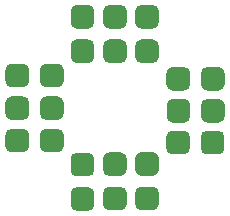
<source format=gbr>
%TF.GenerationSoftware,KiCad,Pcbnew,(5.1.10)-1*%
%TF.CreationDate,2021-06-06T01:41:03+08:00*%
%TF.ProjectId,WS2812B1,57533238-3132-4423-912e-6b696361645f,rev?*%
%TF.SameCoordinates,Original*%
%TF.FileFunction,Soldermask,Bot*%
%TF.FilePolarity,Negative*%
%FSLAX46Y46*%
G04 Gerber Fmt 4.6, Leading zero omitted, Abs format (unit mm)*
G04 Created by KiCad (PCBNEW (5.1.10)-1) date 2021-06-06 01:41:03*
%MOMM*%
%LPD*%
G01*
G04 APERTURE LIST*
G04 APERTURE END LIST*
%TO.C,R12*%
G36*
G01*
X68160000Y-78250000D02*
X68160000Y-77250000D01*
G75*
G02*
X68660000Y-76750000I500000J0D01*
G01*
X69660000Y-76750000D01*
G75*
G02*
X70160000Y-77250000I0J-500000D01*
G01*
X70160000Y-78250000D01*
G75*
G02*
X69660000Y-78750000I-500000J0D01*
G01*
X68660000Y-78750000D01*
G75*
G02*
X68160000Y-78250000I0J500000D01*
G01*
G37*
G36*
G01*
X68160000Y-81170000D02*
X68160000Y-80170000D01*
G75*
G02*
X68660000Y-79670000I500000J0D01*
G01*
X69660000Y-79670000D01*
G75*
G02*
X70160000Y-80170000I0J-500000D01*
G01*
X70160000Y-81170000D01*
G75*
G02*
X69660000Y-81670000I-500000J0D01*
G01*
X68660000Y-81670000D01*
G75*
G02*
X68160000Y-81170000I0J500000D01*
G01*
G37*
%TD*%
%TO.C,R11*%
G36*
G01*
X58680000Y-86490000D02*
X57680000Y-86490000D01*
G75*
G02*
X57180000Y-85990000I0J500000D01*
G01*
X57180000Y-84990000D01*
G75*
G02*
X57680000Y-84490000I500000J0D01*
G01*
X58680000Y-84490000D01*
G75*
G02*
X59180000Y-84990000I0J-500000D01*
G01*
X59180000Y-85990000D01*
G75*
G02*
X58680000Y-86490000I-500000J0D01*
G01*
G37*
G36*
G01*
X61600000Y-86490000D02*
X60600000Y-86490000D01*
G75*
G02*
X60100000Y-85990000I0J500000D01*
G01*
X60100000Y-84990000D01*
G75*
G02*
X60600000Y-84490000I500000J0D01*
G01*
X61600000Y-84490000D01*
G75*
G02*
X62100000Y-84990000I0J-500000D01*
G01*
X62100000Y-85990000D01*
G75*
G02*
X61600000Y-86490000I-500000J0D01*
G01*
G37*
%TD*%
%TO.C,R10*%
G36*
G01*
X74230000Y-82000000D02*
X75230000Y-82000000D01*
G75*
G02*
X75730000Y-82500000I0J-500000D01*
G01*
X75730000Y-83500000D01*
G75*
G02*
X75230000Y-84000000I-500000J0D01*
G01*
X74230000Y-84000000D01*
G75*
G02*
X73730000Y-83500000I0J500000D01*
G01*
X73730000Y-82500000D01*
G75*
G02*
X74230000Y-82000000I500000J0D01*
G01*
G37*
G36*
G01*
X71310000Y-82000000D02*
X72310000Y-82000000D01*
G75*
G02*
X72810000Y-82500000I0J-500000D01*
G01*
X72810000Y-83500000D01*
G75*
G02*
X72310000Y-84000000I-500000J0D01*
G01*
X71310000Y-84000000D01*
G75*
G02*
X70810000Y-83500000I0J500000D01*
G01*
X70810000Y-82500000D01*
G75*
G02*
X71310000Y-82000000I500000J0D01*
G01*
G37*
%TD*%
%TO.C,R9*%
G36*
G01*
X74210000Y-87400000D02*
X75210000Y-87400000D01*
G75*
G02*
X75710000Y-87900000I0J-500000D01*
G01*
X75710000Y-88900000D01*
G75*
G02*
X75210000Y-89400000I-500000J0D01*
G01*
X74210000Y-89400000D01*
G75*
G02*
X73710000Y-88900000I0J500000D01*
G01*
X73710000Y-87900000D01*
G75*
G02*
X74210000Y-87400000I500000J0D01*
G01*
G37*
G36*
G01*
X71290000Y-87400000D02*
X72290000Y-87400000D01*
G75*
G02*
X72790000Y-87900000I0J-500000D01*
G01*
X72790000Y-88900000D01*
G75*
G02*
X72290000Y-89400000I-500000J0D01*
G01*
X71290000Y-89400000D01*
G75*
G02*
X70790000Y-88900000I0J500000D01*
G01*
X70790000Y-87900000D01*
G75*
G02*
X71290000Y-87400000I500000J0D01*
G01*
G37*
%TD*%
%TO.C,R8*%
G36*
G01*
X67440000Y-89730000D02*
X67440000Y-90730000D01*
G75*
G02*
X66940000Y-91230000I-500000J0D01*
G01*
X65940000Y-91230000D01*
G75*
G02*
X65440000Y-90730000I0J500000D01*
G01*
X65440000Y-89730000D01*
G75*
G02*
X65940000Y-89230000I500000J0D01*
G01*
X66940000Y-89230000D01*
G75*
G02*
X67440000Y-89730000I0J-500000D01*
G01*
G37*
G36*
G01*
X67440000Y-92650000D02*
X67440000Y-93650000D01*
G75*
G02*
X66940000Y-94150000I-500000J0D01*
G01*
X65940000Y-94150000D01*
G75*
G02*
X65440000Y-93650000I0J500000D01*
G01*
X65440000Y-92650000D01*
G75*
G02*
X65940000Y-92150000I500000J0D01*
G01*
X66940000Y-92150000D01*
G75*
G02*
X67440000Y-92650000I0J-500000D01*
G01*
G37*
%TD*%
%TO.C,R7*%
G36*
G01*
X62690000Y-78250000D02*
X62690000Y-77250000D01*
G75*
G02*
X63190000Y-76750000I500000J0D01*
G01*
X64190000Y-76750000D01*
G75*
G02*
X64690000Y-77250000I0J-500000D01*
G01*
X64690000Y-78250000D01*
G75*
G02*
X64190000Y-78750000I-500000J0D01*
G01*
X63190000Y-78750000D01*
G75*
G02*
X62690000Y-78250000I0J500000D01*
G01*
G37*
G36*
G01*
X62690000Y-81170000D02*
X62690000Y-80170000D01*
G75*
G02*
X63190000Y-79670000I500000J0D01*
G01*
X64190000Y-79670000D01*
G75*
G02*
X64690000Y-80170000I0J-500000D01*
G01*
X64690000Y-81170000D01*
G75*
G02*
X64190000Y-81670000I-500000J0D01*
G01*
X63190000Y-81670000D01*
G75*
G02*
X62690000Y-81170000I0J500000D01*
G01*
G37*
%TD*%
%TO.C,R6*%
G36*
G01*
X64690000Y-92680000D02*
X64690000Y-93680000D01*
G75*
G02*
X64190000Y-94180000I-500000J0D01*
G01*
X63190000Y-94180000D01*
G75*
G02*
X62690000Y-93680000I0J500000D01*
G01*
X62690000Y-92680000D01*
G75*
G02*
X63190000Y-92180000I500000J0D01*
G01*
X64190000Y-92180000D01*
G75*
G02*
X64690000Y-92680000I0J-500000D01*
G01*
G37*
G36*
G01*
X64690000Y-89760000D02*
X64690000Y-90760000D01*
G75*
G02*
X64190000Y-91260000I-500000J0D01*
G01*
X63190000Y-91260000D01*
G75*
G02*
X62690000Y-90760000I0J500000D01*
G01*
X62690000Y-89760000D01*
G75*
G02*
X63190000Y-89260000I500000J0D01*
G01*
X64190000Y-89260000D01*
G75*
G02*
X64690000Y-89760000I0J-500000D01*
G01*
G37*
%TD*%
%TO.C,R5*%
G36*
G01*
X74240000Y-84710000D02*
X75240000Y-84710000D01*
G75*
G02*
X75740000Y-85210000I0J-500000D01*
G01*
X75740000Y-86210000D01*
G75*
G02*
X75240000Y-86710000I-500000J0D01*
G01*
X74240000Y-86710000D01*
G75*
G02*
X73740000Y-86210000I0J500000D01*
G01*
X73740000Y-85210000D01*
G75*
G02*
X74240000Y-84710000I500000J0D01*
G01*
G37*
G36*
G01*
X71320000Y-84710000D02*
X72320000Y-84710000D01*
G75*
G02*
X72820000Y-85210000I0J-500000D01*
G01*
X72820000Y-86210000D01*
G75*
G02*
X72320000Y-86710000I-500000J0D01*
G01*
X71320000Y-86710000D01*
G75*
G02*
X70820000Y-86210000I0J500000D01*
G01*
X70820000Y-85210000D01*
G75*
G02*
X71320000Y-84710000I500000J0D01*
G01*
G37*
%TD*%
%TO.C,R4*%
G36*
G01*
X70160000Y-92630000D02*
X70160000Y-93630000D01*
G75*
G02*
X69660000Y-94130000I-500000J0D01*
G01*
X68660000Y-94130000D01*
G75*
G02*
X68160000Y-93630000I0J500000D01*
G01*
X68160000Y-92630000D01*
G75*
G02*
X68660000Y-92130000I500000J0D01*
G01*
X69660000Y-92130000D01*
G75*
G02*
X70160000Y-92630000I0J-500000D01*
G01*
G37*
G36*
G01*
X70160000Y-89710000D02*
X70160000Y-90710000D01*
G75*
G02*
X69660000Y-91210000I-500000J0D01*
G01*
X68660000Y-91210000D01*
G75*
G02*
X68160000Y-90710000I0J500000D01*
G01*
X68160000Y-89710000D01*
G75*
G02*
X68660000Y-89210000I500000J0D01*
G01*
X69660000Y-89210000D01*
G75*
G02*
X70160000Y-89710000I0J-500000D01*
G01*
G37*
%TD*%
%TO.C,R3*%
G36*
G01*
X58680000Y-89230000D02*
X57680000Y-89230000D01*
G75*
G02*
X57180000Y-88730000I0J500000D01*
G01*
X57180000Y-87730000D01*
G75*
G02*
X57680000Y-87230000I500000J0D01*
G01*
X58680000Y-87230000D01*
G75*
G02*
X59180000Y-87730000I0J-500000D01*
G01*
X59180000Y-88730000D01*
G75*
G02*
X58680000Y-89230000I-500000J0D01*
G01*
G37*
G36*
G01*
X61600000Y-89230000D02*
X60600000Y-89230000D01*
G75*
G02*
X60100000Y-88730000I0J500000D01*
G01*
X60100000Y-87730000D01*
G75*
G02*
X60600000Y-87230000I500000J0D01*
G01*
X61600000Y-87230000D01*
G75*
G02*
X62100000Y-87730000I0J-500000D01*
G01*
X62100000Y-88730000D01*
G75*
G02*
X61600000Y-89230000I-500000J0D01*
G01*
G37*
%TD*%
%TO.C,R2*%
G36*
G01*
X65450000Y-81170000D02*
X65450000Y-80170000D01*
G75*
G02*
X65950000Y-79670000I500000J0D01*
G01*
X66950000Y-79670000D01*
G75*
G02*
X67450000Y-80170000I0J-500000D01*
G01*
X67450000Y-81170000D01*
G75*
G02*
X66950000Y-81670000I-500000J0D01*
G01*
X65950000Y-81670000D01*
G75*
G02*
X65450000Y-81170000I0J500000D01*
G01*
G37*
G36*
G01*
X65450000Y-78250000D02*
X65450000Y-77250000D01*
G75*
G02*
X65950000Y-76750000I500000J0D01*
G01*
X66950000Y-76750000D01*
G75*
G02*
X67450000Y-77250000I0J-500000D01*
G01*
X67450000Y-78250000D01*
G75*
G02*
X66950000Y-78750000I-500000J0D01*
G01*
X65950000Y-78750000D01*
G75*
G02*
X65450000Y-78250000I0J500000D01*
G01*
G37*
%TD*%
%TO.C,R1*%
G36*
G01*
X58680000Y-83720000D02*
X57680000Y-83720000D01*
G75*
G02*
X57180000Y-83220000I0J500000D01*
G01*
X57180000Y-82220000D01*
G75*
G02*
X57680000Y-81720000I500000J0D01*
G01*
X58680000Y-81720000D01*
G75*
G02*
X59180000Y-82220000I0J-500000D01*
G01*
X59180000Y-83220000D01*
G75*
G02*
X58680000Y-83720000I-500000J0D01*
G01*
G37*
G36*
G01*
X61600000Y-83720000D02*
X60600000Y-83720000D01*
G75*
G02*
X60100000Y-83220000I0J500000D01*
G01*
X60100000Y-82220000D01*
G75*
G02*
X60600000Y-81720000I500000J0D01*
G01*
X61600000Y-81720000D01*
G75*
G02*
X62100000Y-82220000I0J-500000D01*
G01*
X62100000Y-83220000D01*
G75*
G02*
X61600000Y-83720000I-500000J0D01*
G01*
G37*
%TD*%
M02*

</source>
